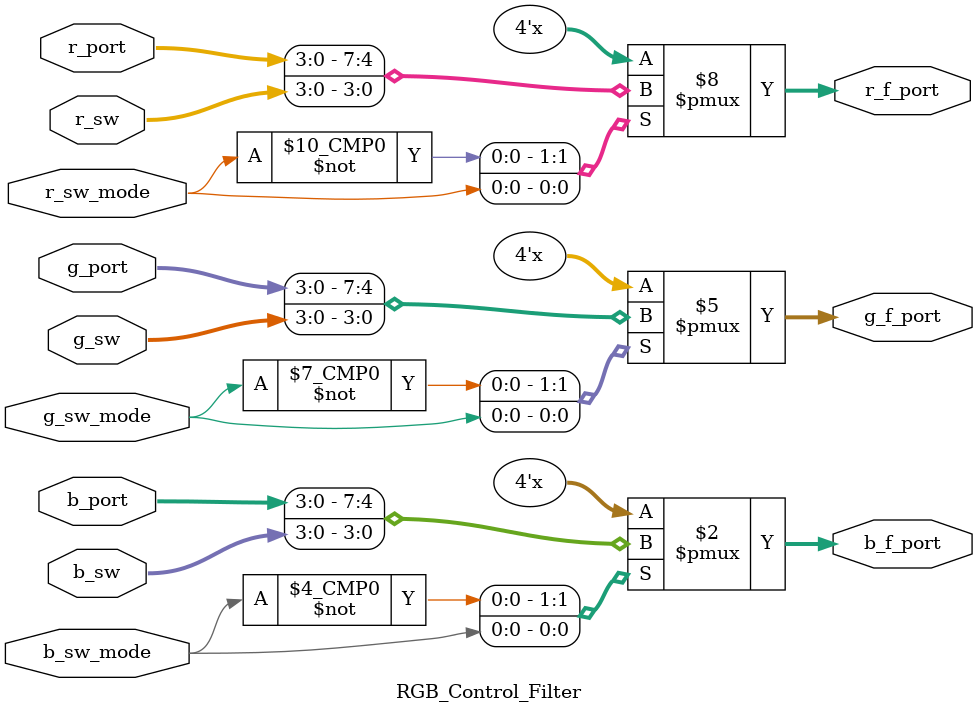
<source format=sv>
`timescale 1ns / 1ps

module RGB_Control_Filter (
    input  logic [3:0] r_port,
    input  logic [3:0] g_port,
    input  logic [3:0] b_port,
    input  logic       r_sw_mode,
    input  logic       g_sw_mode,
    input  logic       b_sw_mode,
    input  logic [3:0] r_sw,
    input  logic [3:0] g_sw,
    input  logic [3:0] b_sw,
    output logic [3:0] r_f_port,
    output logic [3:0] g_f_port,
    output logic [3:0] b_f_port
);

    always_comb begin
        case (r_sw_mode)
            1'b0: r_f_port = r_port;
            1'b1: r_f_port = r_sw;
        endcase
        case (g_sw_mode)
            1'b0: g_f_port = g_port;
            1'b1: g_f_port = g_sw;
        endcase
        case (b_sw_mode)
            1'b0: b_f_port = b_port;
            1'b1: b_f_port = b_sw;
        endcase
    end

endmodule

</source>
